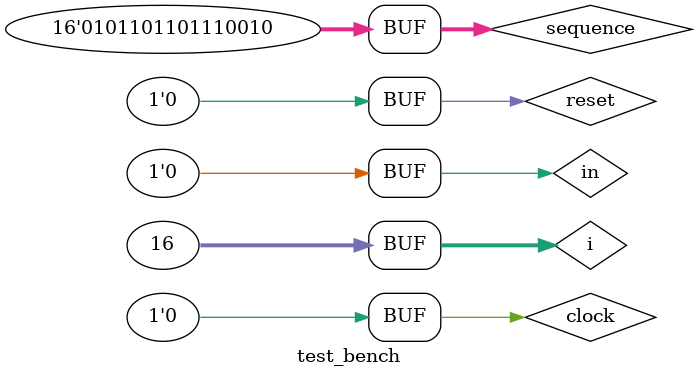
<source format=v>
module FSM(in,reset,clock,out);
	input in,reset,clock;
	output out;
	reg [2:0]state;
	reg out;
	initial
		begin
		state <= 3'b000;
		out <= 1'b0;
		end
	always@(posedge clock or posedge reset)
		begin 
		if(reset)
			begin
			state<=3'b000;
			out<=1'b0;
			end
		else
			begin
			case(state)
				3'b000:
					begin
					if(in)
						begin
						state<=3'b001;
						out<=1'b0;
						end
					else
						begin
						state<=3'b000;
						out<=1'b0;
						end
					end
				3'b001:
					begin
					if(in)
						begin
						state<=3'b001;
						out<=1'b0;
						end
					else
						begin
						state<=3'b010;
						out<=1'b0;
						end
					end
				3'b010:
					begin
					if(in)
						begin
						state<=3'b011;
						out<=1'b0;
						end
					else
						begin
						state<=3'b000;
						out<=1'b0;
						end
					end
				3'b011:
					begin
					if(in)
						begin
						state<=3'b100;
						out<=1'b0;
						end
					else
						begin
						state<=3'b010;
						out<=1'b0;
						end
					end
				3'b100:
					begin
					if(in)
						begin
						state<=3'b001;
						out<=1'b0;
						end
					else
						begin
						state<=3'b010;
						out<=1'b1;
						end
					end
				endcase
			end
		end
endmodule

module test_bench;
	reg clock,reset, in ;
	wire out;
	reg [15:0]sequence;
	integer i;
	FSM mach(in,reset,clock,out);
	initial
		begin
		#0 clock = 1'b0; reset = 1'b1; sequence = 16'b0101101101110010;
		#5 reset = 1'b0;
		for(i=0; i<=15; i=i+1)
			begin
			in = sequence[i];
			#2 clock = 1'b1;
			#2 clock = 1'b0;
			$display("State = ", mach.state, ": Input = ", in, ", Output = ", out);
			end
		end
endmodule
</source>
